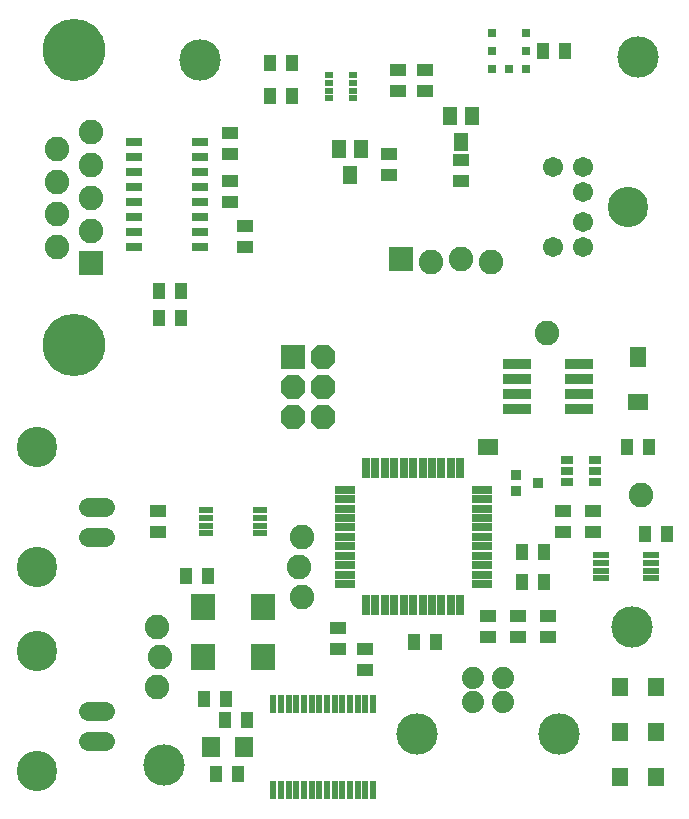
<source format=gts>
G75*
G70*
%OFA0B0*%
%FSLAX24Y24*%
%IPPOS*%
%LPD*%
%AMOC8*
5,1,8,0,0,1.08239X$1,22.5*
%
%ADD10R,0.0356X0.0356*%
%ADD11R,0.0395X0.0552*%
%ADD12R,0.0395X0.0297*%
%ADD13C,0.0674*%
%ADD14C,0.1346*%
%ADD15R,0.0552X0.0395*%
%ADD16R,0.0552X0.0316*%
%ADD17C,0.0635*%
%ADD18R,0.0671X0.0277*%
%ADD19R,0.0277X0.0671*%
%ADD20R,0.0217X0.0630*%
%ADD21C,0.0740*%
%ADD22C,0.1380*%
%ADD23R,0.0631X0.0710*%
%ADD24R,0.0820X0.0820*%
%ADD25OC8,0.0820*%
%ADD26R,0.0789X0.0867*%
%ADD27C,0.0820*%
%ADD28R,0.0474X0.0237*%
%ADD29R,0.0552X0.0198*%
%ADD30R,0.0950X0.0320*%
%ADD31R,0.0330X0.0580*%
%ADD32R,0.0580X0.0330*%
%ADD33R,0.0474X0.0631*%
%ADD34R,0.0552X0.0631*%
%ADD35C,0.2080*%
%ADD36R,0.0277X0.0218*%
%ADD37R,0.0277X0.0316*%
%ADD38R,0.0316X0.0277*%
D10*
X027391Y012105D03*
X027391Y012617D03*
X028119Y012361D03*
D11*
X028309Y010061D03*
X027601Y010061D03*
X027601Y009061D03*
X028309Y009061D03*
X031701Y010661D03*
X032409Y010661D03*
X031809Y013561D03*
X031101Y013561D03*
X024709Y007061D03*
X024001Y007061D03*
X018409Y004461D03*
X017701Y004461D03*
X017709Y005161D03*
X017001Y005161D03*
X017401Y002661D03*
X018109Y002661D03*
X017109Y009261D03*
X016401Y009261D03*
X016209Y017861D03*
X015501Y017861D03*
X015501Y018761D03*
X016209Y018761D03*
X019201Y025261D03*
X019909Y025261D03*
X019909Y026361D03*
X019201Y026361D03*
X028301Y026761D03*
X029009Y026761D03*
D12*
X029083Y013135D03*
X029083Y012761D03*
X029083Y012387D03*
X030027Y012387D03*
X030027Y012761D03*
X030027Y013135D03*
D13*
X029609Y020223D03*
X029609Y021049D03*
X028624Y020223D03*
X029609Y022073D03*
X029609Y022900D03*
X028624Y022900D03*
D14*
X011405Y002761D03*
X011405Y006761D03*
X011405Y009561D03*
X011405Y013561D03*
X031105Y021561D03*
D15*
X025555Y022407D03*
X025555Y023116D03*
X023155Y023316D03*
X023155Y022607D03*
X023455Y025407D03*
X023455Y026116D03*
X024355Y026116D03*
X024355Y025407D03*
X018355Y020916D03*
X017855Y021707D03*
X017855Y022416D03*
X017855Y023307D03*
X017855Y024016D03*
X018355Y020207D03*
X015455Y011416D03*
X015455Y010707D03*
X021455Y007516D03*
X021455Y006807D03*
X022355Y006816D03*
X022355Y006107D03*
X026455Y007207D03*
X026455Y007916D03*
X027455Y007916D03*
X027455Y007207D03*
X028455Y007207D03*
X028455Y007916D03*
X028955Y010707D03*
X028955Y011416D03*
X029955Y011416D03*
X029955Y010707D03*
D16*
X016857Y020211D03*
X016857Y020711D03*
X016857Y021211D03*
X016857Y021711D03*
X016857Y022211D03*
X016857Y022711D03*
X016857Y023211D03*
X016857Y023711D03*
X014653Y023711D03*
X014653Y023211D03*
X014653Y022711D03*
X014653Y022211D03*
X014653Y021711D03*
X014653Y021211D03*
X014653Y020711D03*
X014653Y020211D03*
D17*
X013682Y011561D02*
X013128Y011561D01*
X013128Y010561D02*
X013682Y010561D01*
X013682Y004761D02*
X013128Y004761D01*
X013128Y003761D02*
X013682Y003761D01*
D18*
X021672Y008986D03*
X021672Y009301D03*
X021672Y009616D03*
X021672Y009931D03*
X021672Y010246D03*
X021672Y010561D03*
X021672Y010876D03*
X021672Y011191D03*
X021672Y011506D03*
X021672Y011821D03*
X021672Y012136D03*
X026238Y012136D03*
X026238Y011821D03*
X026238Y011506D03*
X026238Y011191D03*
X026238Y010876D03*
X026238Y010561D03*
X026238Y010246D03*
X026238Y009931D03*
X026238Y009616D03*
X026238Y009301D03*
X026238Y008986D03*
D19*
X025530Y008278D03*
X025215Y008278D03*
X024900Y008278D03*
X024585Y008278D03*
X024270Y008278D03*
X023955Y008278D03*
X023640Y008278D03*
X023325Y008278D03*
X023010Y008278D03*
X022695Y008278D03*
X022380Y008278D03*
X022380Y012845D03*
X022695Y012845D03*
X023010Y012845D03*
X023325Y012845D03*
X023640Y012845D03*
X023955Y012845D03*
X024270Y012845D03*
X024585Y012845D03*
X024900Y012845D03*
X025215Y012845D03*
X025530Y012845D03*
D20*
X022618Y005001D03*
X022362Y005001D03*
X022107Y005001D03*
X021851Y005001D03*
X021595Y005001D03*
X021339Y005001D03*
X021083Y005001D03*
X020827Y005001D03*
X020571Y005001D03*
X020315Y005001D03*
X020059Y005001D03*
X019803Y005001D03*
X019548Y005001D03*
X019292Y005001D03*
X019292Y002122D03*
X019548Y002122D03*
X019803Y002122D03*
X020059Y002122D03*
X020315Y002122D03*
X020571Y002122D03*
X020827Y002122D03*
X021083Y002122D03*
X021339Y002122D03*
X021595Y002122D03*
X021851Y002122D03*
X022107Y002122D03*
X022362Y002122D03*
X022618Y002122D03*
D21*
X025963Y005061D03*
X025963Y005841D03*
X026947Y005841D03*
X026947Y005061D03*
D22*
X028825Y003991D03*
X031255Y007561D03*
X024085Y003991D03*
X015655Y002961D03*
X016855Y026461D03*
X031455Y026561D03*
D23*
X018306Y003561D03*
X017204Y003561D03*
D24*
X019955Y016561D03*
X023555Y019811D03*
X013214Y019680D03*
D25*
X019955Y015561D03*
X020955Y015561D03*
X020955Y016561D03*
X020955Y014561D03*
X019955Y014561D03*
D26*
X018955Y008215D03*
X018955Y006561D03*
X016955Y006561D03*
X016955Y008215D03*
D27*
X015405Y007561D03*
X015505Y006561D03*
X015405Y005561D03*
X020255Y008561D03*
X020155Y009561D03*
X020255Y010561D03*
X028420Y017371D03*
X026555Y019711D03*
X025555Y019811D03*
X024555Y019711D03*
X031555Y011961D03*
X013214Y020771D03*
X012096Y020227D03*
X012096Y021318D03*
X013214Y021861D03*
X012096Y022405D03*
X013214Y022952D03*
X012096Y023495D03*
X013214Y024042D03*
D28*
X017064Y011446D03*
X017064Y011190D03*
X017064Y010934D03*
X017064Y010678D03*
X018846Y010678D03*
X018846Y010934D03*
X018846Y011190D03*
X018846Y011446D03*
D29*
X030223Y009946D03*
X030223Y009690D03*
X030223Y009434D03*
X030223Y009178D03*
X031886Y009178D03*
X031886Y009434D03*
X031886Y009690D03*
X031886Y009946D03*
D30*
X029485Y014811D03*
X029485Y015311D03*
X029485Y015811D03*
X029485Y016311D03*
X027425Y016311D03*
X027425Y015811D03*
X027425Y015311D03*
X027425Y014811D03*
D31*
X026632Y013561D03*
X026278Y013561D03*
X031278Y015061D03*
X031632Y015061D03*
D32*
X031455Y016384D03*
X031455Y016738D03*
D33*
X025555Y023728D03*
X025181Y024594D03*
X025929Y024594D03*
X022229Y023494D03*
X021481Y023494D03*
X021855Y022628D03*
D34*
X030864Y005561D03*
X032046Y005561D03*
X032046Y004061D03*
X030864Y004061D03*
X030864Y002561D03*
X032046Y002561D03*
D35*
X012655Y016940D03*
X012655Y026783D03*
D36*
X021151Y025945D03*
X021151Y025689D03*
X021151Y025433D03*
X021151Y025177D03*
X021959Y025177D03*
X021959Y025433D03*
X021959Y025689D03*
X021959Y025945D03*
D37*
X026584Y026171D03*
X026584Y026761D03*
X026584Y027352D03*
X027726Y027352D03*
X027726Y026761D03*
X027726Y026171D03*
D38*
X027155Y026171D03*
M02*

</source>
